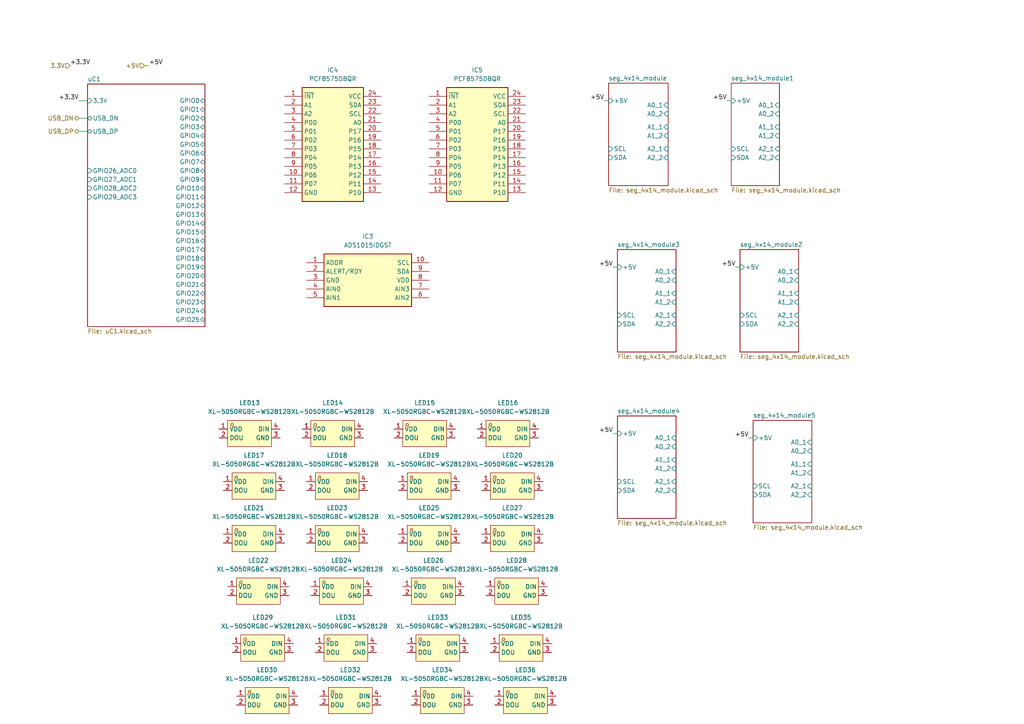
<source format=kicad_sch>
(kicad_sch (version 20250114) (generator "eeschema") (generator_version "9.0")
  (paper "A4")
  (lib_symbols
    (symbol "Eeloo_Pad:ADS1015IDGST"
      (property "Reference" "IC" (at 31.75 7.62 0))
      (property "Value" "ADS1015IDGST" (at 31.75 5.08 0))
      (symbol "ADS1015IDGST_1_1"
        (rectangle (start 5.08 2.54) (end 30.48 -12.7) (stroke (width 0.254)) (fill (type background)))
        (pin passive line (at 0 0 0) (length 5.08) (name "ADDR") (number "1"))
        (pin passive line (at 0 -2.54 0) (length 5.08) (name "ALERT/RDY") (number "2"))
        (pin passive line (at 0 -5.08 0) (length 5.08) (name "GND") (number "3"))
        (pin passive line (at 0 -7.62 0) (length 5.08) (name "AIN0") (number "4"))
        (pin passive line (at 0 -10.16 0) (length 5.08) (name "AIN1") (number "5"))
        (pin passive line (at 35.56 0 180) (length 5.08) (name "SCL") (number "10"))
        (pin passive line (at 35.56 -2.54 180) (length 5.08) (name "SDA") (number "9"))
        (pin passive line (at 35.56 -5.08 180) (length 5.08) (name "VDD") (number "8"))
        (pin passive line (at 35.56 -7.62 180) (length 5.08) (name "AIN3") (number "7"))
        (pin passive line (at 35.56 -10.16 180) (length 5.08) (name "AIN2") (number "6"))
      )
    )
    (symbol "Eeloo_Pad:PCF8575DBQR"
      (property "Reference" "IC" (at 24.13 7.62 0))
      (property "Value" "PCF8575DBQR" (at 24.13 5.08 0))
      (symbol "PCF8575DBQR_1_1"
        (rectangle (start 5.08 2.54) (end 22.86 -30.48) (stroke (width 0.254)) (fill (type background)))
        (pin passive line (at 0 0 0) (length 5.08) (name "~{INT}") (number "1"))
        (pin passive line (at 0 -2.54 0) (length 5.08) (name "A1") (number "2"))
        (pin passive line (at 0 -5.08 0) (length 5.08) (name "A2") (number "3"))
        (pin passive line (at 0 -7.62 0) (length 5.08) (name "P00") (number "4"))
        (pin passive line (at 0 -10.16 0) (length 5.08) (name "P01") (number "5"))
        (pin passive line (at 0 -12.7 0) (length 5.08) (name "P02") (number "6"))
        (pin passive line (at 0 -15.24 0) (length 5.08) (name "P03") (number "7"))
        (pin passive line (at 0 -17.78 0) (length 5.08) (name "P04") (number "8"))
        (pin passive line (at 0 -20.32 0) (length 5.08) (name "P05") (number "9"))
        (pin passive line (at 0 -22.86 0) (length 5.08) (name "P06") (number "10"))
        (pin passive line (at 0 -25.4 0) (length 5.08) (name "P07") (number "11"))
        (pin passive line (at 0 -27.94 0) (length 5.08) (name "GND") (number "12"))
        (pin passive line (at 27.94 0 180) (length 5.08) (name "VCC") (number "24"))
        (pin passive line (at 27.94 -2.54 180) (length 5.08) (name "SDA") (number "23"))
        (pin passive line (at 27.94 -5.08 180) (length 5.08) (name "SCL") (number "22"))
        (pin passive line (at 27.94 -7.62 180) (length 5.08) (name "A0") (number "21"))
        (pin passive line (at 27.94 -10.16 180) (length 5.08) (name "P17") (number "20"))
        (pin passive line (at 27.94 -12.7 180) (length 5.08) (name "P16") (number "19"))
        (pin passive line (at 27.94 -15.24 180) (length 5.08) (name "P15") (number "18"))
        (pin passive line (at 27.94 -17.78 180) (length 5.08) (name "P14") (number "17"))
        (pin passive line (at 27.94 -20.32 180) (length 5.08) (name "P13") (number "16"))
        (pin passive line (at 27.94 -22.86 180) (length 5.08) (name "P12") (number "15"))
        (pin passive line (at 27.94 -25.4 180) (length 5.08) (name "P11") (number "14"))
        (pin passive line (at 27.94 -27.94 180) (length 5.08) (name "P10") (number "13"))
      )
    )
    (symbol "Eeloo_Pad:XL-5050RGBC-WS2812B"
      (property "Reference" "LED" (at 0 6.35 0))
      (property "Value" "XL-5050RGBC-WS2812B" (at 0 -6.35 0))
      (symbol "XL-5050RGBC-WS2812B_0_1"
        (rectangle (start -6.35 3.81) (end 6.35 -3.81) (fill (type background)))
        (circle (center -5.08 2.54) (radius 0.38))
        (pin unspecified line (at -8.89 1.27 0) (length 2.54) (name "VDD") (number "1"))
        (pin unspecified line (at -8.89 -1.27 0) (length 2.54) (name "DOU") (number "2"))
        (pin unspecified line (at 8.89 1.27 180) (length 2.54) (name "DIN") (number "4"))
        (pin unspecified line (at 8.89 -1.27 180) (length 2.54) (name "GND") (number "3"))
      )
    )
  )
  (wire (pts (xy 226.06 30.48) (xy 226.314 30.48)))
  (wire (pts (xy 177.8 77.47) (xy 179.07 77.47)))
  (wire (pts (xy 41.91 19.05) (xy 43.18 19.05)))
  (wire (pts (xy 175.26 29.21) (xy 176.53 29.21)))
  (wire (pts (xy 210.82 29.21) (xy 212.09 29.21)))
  (wire (pts (xy 22.86 38.1) (xy 25.4 38.1)))
  (wire (pts (xy 213.36 77.47) (xy 214.63 77.47)))
  (wire (pts (xy 177.8 125.73) (xy 179.07 125.73)))
  (wire (pts (xy 217.17 127) (xy 218.44 127)))
  (wire (pts (xy 22.86 29.21) (xy 25.4 29.21)))
  (wire (pts (xy 22.86 34.29) (xy 25.4 34.29)))
  (label "+3.3V" (at 22.86 29.21 180))
  (label "+5V" (at 177.8 125.73 180))
  (label "+5V" (at 177.8 77.47 180))
  (label "+5V" (at 210.82 29.21 180))
  (label "+5V" (at 175.26 29.21 180))
  (label "+5V" (at 217.17 127 180))
  (label "+5V" (at 43.18 19.05 0))
  (label "+3.3V" (at 20.32 19.05 0))
  (label "+5V" (at 213.36 77.47 180))
  (hierarchical_label "USB_DN" (shape bidirectional) (at 22.86 34.29 180))
  (hierarchical_label "USB_DP" (shape bidirectional) (at 22.86 38.1 180))
  (hierarchical_label "3.3V" (shape input) (at 20.32 19.05 180))
  (hierarchical_label "+5V" (shape input) (at 41.91 19.05 180))
  (symbol (lib_id "Eeloo_Pad:XL-5050RGBC-WS2812B") (at 127 187.96 0) (unit 1)
    (property "Reference" "LED33" (at 127 179.07 0))
    (property "Value" "XL-5050RGBC-WS2812B" (at 127 181.61 0))
    (property "Footprint" "Eeloo_Pad:LED-SMD_4P-L5.0-W5.0-BL_XL-5050RGBC" (effects (hide yes)))
    (property "LCSC Part" "C2843785" (effects (hide yes)))
  )
  (symbol (lib_id "Eeloo_Pad:XL-5050RGBC-WS2812B") (at 97.79 140.97 0) (unit 1)
    (property "Reference" "LED18" (at 97.79 132.08 0))
    (property "Value" "XL-5050RGBC-WS2812B" (at 97.79 134.62 0))
    (property "Footprint" "Eeloo_Pad:LED-SMD_4P-L5.0-W5.0-BL_XL-5050RGBC" (effects (hide yes)))
    (property "LCSC Part" "C2843785" (effects (hide yes)))
  )
  (symbol (lib_id "Eeloo_Pad:XL-5050RGBC-WS2812B") (at 99.06 171.45 0) (unit 1)
    (property "Reference" "LED24" (at 99.06 162.56 0))
    (property "Value" "XL-5050RGBC-WS2812B" (at 99.06 165.1 0))
    (property "Footprint" "Eeloo_Pad:LED-SMD_4P-L5.0-W5.0-BL_XL-5050RGBC" (effects (hide yes)))
    (property "LCSC Part" "C2843785" (effects (hide yes)))
  )
  (symbol (lib_id "Eeloo_Pad:ADS1015IDGST") (at 88.9 76.2 0) (unit 1)
    (property "Reference" "IC3" (at 106.68 68.58 0))
    (property "Value" "ADS1015IDGST" (at 106.68 71.12 0))
    (property "Footprint" "Eeloo_Pad:SOP50P490X110-10N" (effects (hide yes)))
    (property "Datasheet" "https://datasheet.datasheetarchive.com/originals/distributors/SFDatasheet-7/sf-000145393.pdf" (effects (hide yes)))
    (property "Description" "12-Bit, 3.3kSPS, 4-Ch Delta-Sigma ADC With PGA, Oscillator, VREF, Comparator and I2C Interface" (effects (hide yes)))
    (property "Height" "1.1" (effects (hide yes)))
    (property "Mouser Part Number" "595-ADS1015IDGST" (effects (hide yes)))
    (property "Mouser Price/Stock" "https://www.mouser.co.uk/ProductDetail/Texas-Instruments/ADS1015IDGST?qs=IK5e5L0zOXh9z6MvmmS6pA%3D%3D" (effects (hide yes)))
    (property "Manufacturer_Name" "Texas Instruments" (effects (hide yes)))
    (property "Manufacturer_Part_Number" "ADS1015IDGST" (effects (hide yes)))
  )
  (symbol (lib_id "Eeloo_Pad:XL-5050RGBC-WS2812B") (at 124.46 156.21 0) (unit 1)
    (property "Reference" "LED25" (at 124.46 147.32 0))
    (property "Value" "XL-5050RGBC-WS2812B" (at 124.46 149.86 0))
    (property "Footprint" "Eeloo_Pad:LED-SMD_4P-L5.0-W5.0-BL_XL-5050RGBC" (effects (hide yes)))
    (property "LCSC Part" "C2843785" (effects (hide yes)))
  )
  (symbol (lib_id "Eeloo_Pad:XL-5050RGBC-WS2812B") (at 148.59 156.21 0) (unit 1)
    (property "Reference" "LED27" (at 148.59 147.32 0))
    (property "Value" "XL-5050RGBC-WS2812B" (at 148.59 149.86 0))
    (property "Footprint" "Eeloo_Pad:LED-SMD_4P-L5.0-W5.0-BL_XL-5050RGBC" (effects (hide yes)))
    (property "LCSC Part" "C2843785" (effects (hide yes)))
  )
  (symbol (lib_id "Eeloo_Pad:XL-5050RGBC-WS2812B") (at 125.73 171.45 0) (unit 1)
    (property "Reference" "LED26" (at 125.73 162.56 0))
    (property "Value" "XL-5050RGBC-WS2812B" (at 125.73 165.1 0))
    (property "Footprint" "Eeloo_Pad:LED-SMD_4P-L5.0-W5.0-BL_XL-5050RGBC" (effects (hide yes)))
    (property "LCSC Part" "C2843785" (effects (hide yes)))
  )
  (symbol (lib_id "Eeloo_Pad:XL-5050RGBC-WS2812B") (at 100.33 187.96 0) (unit 1)
    (property "Reference" "LED31" (at 100.33 179.07 0))
    (property "Value" "XL-5050RGBC-WS2812B" (at 100.33 181.61 0))
    (property "Footprint" "Eeloo_Pad:LED-SMD_4P-L5.0-W5.0-BL_XL-5050RGBC" (effects (hide yes)))
    (property "LCSC Part" "C2843785" (effects (hide yes)))
  )
  (symbol (lib_id "Eeloo_Pad:XL-5050RGBC-WS2812B") (at 128.27 203.2 0) (unit 1)
    (property "Reference" "LED34" (at 128.27 194.31 0))
    (property "Value" "XL-5050RGBC-WS2812B" (at 128.27 196.85 0))
    (property "Footprint" "Eeloo_Pad:LED-SMD_4P-L5.0-W5.0-BL_XL-5050RGBC" (effects (hide yes)))
    (property "LCSC Part" "C2843785" (effects (hide yes)))
  )
  (symbol (lib_id "Eeloo_Pad:XL-5050RGBC-WS2812B") (at 74.93 171.45 0) (unit 1)
    (property "Reference" "LED22" (at 74.93 162.56 0))
    (property "Value" "XL-5050RGBC-WS2812B" (at 74.93 165.1 0))
    (property "Footprint" "Eeloo_Pad:LED-SMD_4P-L5.0-W5.0-BL_XL-5050RGBC" (effects (hide yes)))
    (property "LCSC Part" "C2843785" (effects (hide yes)))
  )
  (symbol (lib_id "Eeloo_Pad:XL-5050RGBC-WS2812B") (at 77.47 203.2 0) (unit 1)
    (property "Reference" "LED30" (at 77.47 194.31 0))
    (property "Value" "XL-5050RGBC-WS2812B" (at 77.47 196.85 0))
    (property "Footprint" "Eeloo_Pad:LED-SMD_4P-L5.0-W5.0-BL_XL-5050RGBC" (effects (hide yes)))
    (property "LCSC Part" "C2843785" (effects (hide yes)))
  )
  (symbol (lib_id "Eeloo_Pad:XL-5050RGBC-WS2812B") (at 152.4 203.2 0) (unit 1)
    (property "Reference" "LED36" (at 152.4 194.31 0))
    (property "Value" "XL-5050RGBC-WS2812B" (at 152.4 196.85 0))
    (property "Footprint" "Eeloo_Pad:LED-SMD_4P-L5.0-W5.0-BL_XL-5050RGBC" (effects (hide yes)))
    (property "LCSC Part" "C2843785" (effects (hide yes)))
  )
  (symbol (lib_id "Eeloo_Pad:XL-5050RGBC-WS2812B") (at 149.86 171.45 0) (unit 1)
    (property "Reference" "LED28" (at 149.86 162.56 0))
    (property "Value" "XL-5050RGBC-WS2812B" (at 149.86 165.1 0))
    (property "Footprint" "Eeloo_Pad:LED-SMD_4P-L5.0-W5.0-BL_XL-5050RGBC" (effects (hide yes)))
    (property "LCSC Part" "C2843785" (effects (hide yes)))
  )
  (symbol (lib_id "Eeloo_Pad:XL-5050RGBC-WS2812B") (at 73.66 156.21 0) (unit 1)
    (property "Reference" "LED21" (at 73.66 147.32 0))
    (property "Value" "XL-5050RGBC-WS2812B" (at 73.66 149.86 0))
    (property "Footprint" "Eeloo_Pad:LED-SMD_4P-L5.0-W5.0-BL_XL-5050RGBC" (effects (hide yes)))
    (property "LCSC Part" "C2843785" (effects (hide yes)))
  )
  (symbol (lib_id "Eeloo_Pad:XL-5050RGBC-WS2812B") (at 147.32 125.73 0) (unit 1)
    (property "Reference" "LED16" (at 147.32 116.84 0))
    (property "Value" "XL-5050RGBC-WS2812B" (at 147.32 119.38 0))
    (property "Footprint" "Eeloo_Pad:LED-SMD_4P-L5.0-W5.0-BL_XL-5050RGBC" (effects (hide yes)))
    (property "LCSC Part" "C2843785" (effects (hide yes)))
  )
  (symbol (lib_id "Eeloo_Pad:XL-5050RGBC-WS2812B") (at 151.13 187.96 0) (unit 1)
    (property "Reference" "LED35" (at 151.13 179.07 0))
    (property "Value" "XL-5050RGBC-WS2812B" (at 151.13 181.61 0))
    (property "Footprint" "Eeloo_Pad:LED-SMD_4P-L5.0-W5.0-BL_XL-5050RGBC" (effects (hide yes)))
    (property "LCSC Part" "C2843785" (effects (hide yes)))
  )
  (symbol (lib_id "Eeloo_Pad:XL-5050RGBC-WS2812B") (at 148.59 140.97 0) (unit 1)
    (property "Reference" "LED20" (at 148.59 132.08 0))
    (property "Value" "XL-5050RGBC-WS2812B" (at 148.59 134.62 0))
    (property "Footprint" "Eeloo_Pad:LED-SMD_4P-L5.0-W5.0-BL_XL-5050RGBC" (effects (hide yes)))
    (property "LCSC Part" "C2843785" (effects (hide yes)))
  )
  (symbol (lib_id "Eeloo_Pad:XL-5050RGBC-WS2812B") (at 124.46 140.97 0) (unit 1)
    (property "Reference" "LED19" (at 124.46 132.08 0))
    (property "Value" "XL-5050RGBC-WS2812B" (at 124.46 134.62 0))
    (property "Footprint" "Eeloo_Pad:LED-SMD_4P-L5.0-W5.0-BL_XL-5050RGBC" (effects (hide yes)))
    (property "LCSC Part" "C2843785" (effects (hide yes)))
  )
  (symbol (lib_id "Eeloo_Pad:XL-5050RGBC-WS2812B") (at 123.19 125.73 0) (unit 1)
    (property "Reference" "LED15" (at 123.19 116.84 0))
    (property "Value" "XL-5050RGBC-WS2812B" (at 123.19 119.38 0))
    (property "Footprint" "Eeloo_Pad:LED-SMD_4P-L5.0-W5.0-BL_XL-5050RGBC" (effects (hide yes)))
    (property "LCSC Part" "C2843785" (effects (hide yes)))
  )
  (symbol (lib_id "Eeloo_Pad:PCF8575DBQR") (at 82.55 27.94 0) (unit 1)
    (property "Reference" "IC4" (at 96.52 20.32 0))
    (property "Value" "PCF8575DBQR" (at 96.52 22.86 0))
    (property "Footprint" "Eeloo_Pad:SOP64P600X175-24N" (effects (hide yes)))
    (property "Datasheet" "http://www.ti.com/lit/ds/symlink/pcf8575.pdf" (effects (hide yes)))
    (property "Description" "Remote 16-Bit I2C and SMBus I/O Expander with Interrupt Output" (effects (hide yes)))
    (property "Height" "1.75" (effects (hide yes)))
    (property "Mouser Part Number" "595-PCF8575DBQR" (effects (hide yes)))
    (property "Mouser Price/Stock" "https://www.mouser.co.uk/ProductDetail/Texas-Instruments/PCF8575DBQR?qs=wgAEGBTxy7kWG67LgLThnA%3D%3D" (effects (hide yes)))
    (property "Manufacturer_Name" "Texas Instruments" (effects (hide yes)))
    (property "Manufacturer_Part_Number" "PCF8575DBQR" (effects (hide yes)))
  )
  (symbol (lib_id "Eeloo_Pad:PCF8575DBQR") (at 124.46 27.94 0) (unit 1)
    (property "Reference" "IC5" (at 138.43 20.32 0))
    (property "Value" "PCF8575DBQR" (at 138.43 22.86 0))
    (property "Footprint" "Eeloo_Pad:SOP64P600X175-24N" (effects (hide yes)))
    (property "Datasheet" "http://www.ti.com/lit/ds/symlink/pcf8575.pdf" (effects (hide yes)))
    (property "Description" "Remote 16-Bit I2C and SMBus I/O Expander with Interrupt Output" (effects (hide yes)))
    (property "Height" "1.75" (effects (hide yes)))
    (property "Mouser Part Number" "595-PCF8575DBQR" (effects (hide yes)))
    (property "Mouser Price/Stock" "https://www.mouser.co.uk/ProductDetail/Texas-Instruments/PCF8575DBQR?qs=wgAEGBTxy7kWG67LgLThnA%3D%3D" (effects (hide yes)))
    (property "Manufacturer_Name" "Texas Instruments" (effects (hide yes)))
    (property "Manufacturer_Part_Number" "PCF8575DBQR" (effects (hide yes)))
  )
  (symbol (lib_id "Eeloo_Pad:XL-5050RGBC-WS2812B") (at 73.66 140.97 0) (unit 1)
    (property "Reference" "LED17" (at 73.66 132.08 0))
    (property "Value" "XL-5050RGBC-WS2812B" (at 73.66 134.62 0))
    (property "Footprint" "Eeloo_Pad:LED-SMD_4P-L5.0-W5.0-BL_XL-5050RGBC" (effects (hide yes)))
    (property "LCSC Part" "C2843785" (effects (hide yes)))
  )
  (symbol (lib_id "Eeloo_Pad:XL-5050RGBC-WS2812B") (at 96.52 125.73 0) (unit 1)
    (property "Reference" "LED14" (at 96.52 116.84 0))
    (property "Value" "XL-5050RGBC-WS2812B" (at 96.52 119.38 0))
    (property "Footprint" "Eeloo_Pad:LED-SMD_4P-L5.0-W5.0-BL_XL-5050RGBC" (effects (hide yes)))
    (property "LCSC Part" "C2843785" (effects (hide yes)))
  )
  (symbol (lib_id "Eeloo_Pad:XL-5050RGBC-WS2812B") (at 101.6 203.2 0) (unit 1)
    (property "Reference" "LED32" (at 101.6 194.31 0))
    (property "Value" "XL-5050RGBC-WS2812B" (at 101.6 196.85 0))
    (property "Footprint" "Eeloo_Pad:LED-SMD_4P-L5.0-W5.0-BL_XL-5050RGBC" (effects (hide yes)))
    (property "LCSC Part" "C2843785" (effects (hide yes)))
  )
  (symbol (lib_id "Eeloo_Pad:XL-5050RGBC-WS2812B") (at 72.39 125.73 0) (unit 1)
    (property "Reference" "LED13" (at 72.39 116.84 0))
    (property "Value" "XL-5050RGBC-WS2812B" (at 72.39 119.38 0))
    (property "Footprint" "Eeloo_Pad:LED-SMD_4P-L5.0-W5.0-BL_XL-5050RGBC" (effects (hide yes)))
    (property "LCSC Part" "C2843785" (effects (hide yes)))
  )
  (symbol (lib_id "Eeloo_Pad:XL-5050RGBC-WS2812B") (at 97.79 156.21 0) (unit 1)
    (property "Reference" "LED23" (at 97.79 147.32 0))
    (property "Value" "XL-5050RGBC-WS2812B" (at 97.79 149.86 0))
    (property "Footprint" "Eeloo_Pad:LED-SMD_4P-L5.0-W5.0-BL_XL-5050RGBC" (effects (hide yes)))
    (property "LCSC Part" "C2843785" (effects (hide yes)))
  )
  (symbol (lib_id "Eeloo_Pad:XL-5050RGBC-WS2812B") (at 76.2 187.96 0) (unit 1)
    (property "Reference" "LED29" (at 76.2 179.07 0))
    (property "Value" "XL-5050RGBC-WS2812B" (at 76.2 181.61 0))
    (property "Footprint" "Eeloo_Pad:LED-SMD_4P-L5.0-W5.0-BL_XL-5050RGBC" (effects (hide yes)))
    (property "LCSC Part" "C2843785" (effects (hide yes)))
  )
  (sheet (at 179.07 72.39) (size 17.018 29.718) (stroke (width 0.1524))
    (property "Sheetname" "seg_4x14_module3" (at 179.07 71.6784 0) (effects (justify left bottom)))
    (property "Sheetfile" "seg_4x14_module.kicad_sch" (at 179.07 102.6926 0) (effects (justify left top)))
    (pin "+5V" input (at 179.07 77.47 180))
    (pin "SCL" input (at 179.07 91.44 180))
    (pin "SDA" input (at 179.07 93.98 180))
    (pin "A0_1" input (at 196.088 78.74 0))
    (pin "A0_2" input (at 196.088 81.28 0))
    (pin "A1_1" input (at 196.088 85.09 0))
    (pin "A1_2" input (at 196.088 87.63 0))
    (pin "A2_1" input (at 196.088 91.44 0))
    (pin "A2_2" input (at 196.088 93.98 0))
  )
  (sheet (at 25.4 24.384) (size 34.036 70.358) (stroke (width 0.1524))
    (property "Sheetname" "uC1" (at 25.4 23.6724 0) (effects (justify left bottom)))
    (property "Sheetfile" "uC1.kicad_sch" (at 25.4 95.3266 0) (effects (justify left top)))
    (pin "3.3V" input (at 25.4 29.21 180))
    (pin "USB_DN" bidirectional (at 25.4 34.29 180))
    (pin "USB_DP" bidirectional (at 25.4 38.1 180))
    (pin "GPIO0" bidirectional (at 59.436 29.21 0))
    (pin "GPIO1" bidirectional (at 59.436 31.75 0))
    (pin "GPIO2" bidirectional (at 59.436 34.29 0))
    (pin "GPIO3" bidirectional (at 59.436 36.83 0))
    (pin "GPIO4" bidirectional (at 59.436 39.37 0))
    (pin "GPIO5" bidirectional (at 59.436 41.91 0))
    (pin "GPIO6" bidirectional (at 59.436 44.45 0))
    (pin "GPIO7" bidirectional (at 59.436 46.99 0))
    (pin "GPIO8" bidirectional (at 59.436 49.53 0))
    (pin "GPIO9" bidirectional (at 59.436 52.07 0))
    (pin "GPIO10" bidirectional (at 59.436 54.61 0))
    (pin "GPIO11" bidirectional (at 59.436 57.15 0))
    (pin "GPIO12" bidirectional (at 59.436 59.69 0))
    (pin "GPIO13" bidirectional (at 59.436 62.23 0))
    (pin "GPIO14" bidirectional (at 59.436 64.77 0))
    (pin "GPIO15" bidirectional (at 59.436 67.31 0))
    (pin "GPIO16" bidirectional (at 59.436 69.85 0))
    (pin "GPIO17" bidirectional (at 59.436 72.39 0))
    (pin "GPIO18" bidirectional (at 59.436 74.93 0))
    (pin "GPIO19" bidirectional (at 59.436 77.47 0))
    (pin "GPIO20" bidirectional (at 59.436 80.01 0))
    (pin "GPIO21" bidirectional (at 59.436 82.55 0))
    (pin "GPIO22" bidirectional (at 59.436 85.09 0))
    (pin "GPIO23" bidirectional (at 59.436 87.63 0))
    (pin "GPIO24" bidirectional (at 59.436 90.17 0))
    (pin "GPIO25" bidirectional (at 59.436 92.71 0))
    (pin "GPIO26_ADC0" input (at 25.4 49.53 180))
    (pin "GPIO27_ADC1" input (at 25.4 52.07 180))
    (pin "GPIO28_ADC2" input (at 25.4 54.61 180))
    (pin "GPIO29_ADC3" input (at 25.4 57.15 180))
  )
  (sheet (at 176.53 24.13) (size 17.272 29.718) (stroke (width 0.1524))
    (property "Sheetname" "seg_4x14_module" (at 176.53 23.4184 0) (effects (justify left bottom)))
    (property "Sheetfile" "seg_4x14_module.kicad_sch" (at 176.53 54.4326 0) (effects (justify left top)))
    (pin "+5V" input (at 176.53 29.21 180))
    (pin "SCL" input (at 176.53 43.18 180))
    (pin "SDA" input (at 176.53 45.72 180))
    (pin "A0_1" input (at 193.802 30.48 0))
    (pin "A0_2" input (at 193.802 33.02 0))
    (pin "A1_1" input (at 193.802 36.83 0))
    (pin "A1_2" input (at 193.802 39.37 0))
    (pin "A2_1" input (at 193.802 43.18 0))
    (pin "A2_2" input (at 193.802 45.72 0))
  )
  (sheet (at 212.09 24.13) (size 13.97 29.718) (stroke (width 0.1524))
    (property "Sheetname" "seg_4x14_module1" (at 212.09 23.4184 0) (effects (justify left bottom)))
    (property "Sheetfile" "seg_4x14_module.kicad_sch" (at 212.09 54.4326 0) (effects (justify left top)))
    (pin "+5V" input (at 212.09 29.21 180))
    (pin "SCL" input (at 212.09 43.18 180))
    (pin "SDA" input (at 212.09 45.72 180))
    (pin "A0_1" input (at 226.06 30.48 0))
    (pin "A0_2" input (at 226.06 33.02 0))
    (pin "A1_1" input (at 226.06 36.83 0))
    (pin "A1_2" input (at 226.06 39.37 0))
    (pin "A2_1" input (at 226.06 43.18 0))
    (pin "A2_2" input (at 226.06 45.72 0))
  )
  (sheet (at 179.07 120.65) (size 17.018 29.718) (stroke (width 0.1524))
    (property "Sheetname" "seg_4x14_module4" (at 179.07 119.9384 0) (effects (justify left bottom)))
    (property "Sheetfile" "seg_4x14_module.kicad_sch" (at 179.07 150.9526 0) (effects (justify left top)))
    (pin "+5V" input (at 179.07 125.73 180))
    (pin "SCL" input (at 179.07 139.7 180))
    (pin "SDA" input (at 179.07 142.24 180))
    (pin "A0_1" input (at 196.088 127 0))
    (pin "A0_2" input (at 196.088 129.54 0))
    (pin "A1_1" input (at 196.088 133.35 0))
    (pin "A1_2" input (at 196.088 135.89 0))
    (pin "A2_1" input (at 196.088 139.7 0))
    (pin "A2_2" input (at 196.088 142.24 0))
  )
  (sheet (at 218.44 121.92) (size 17.018 29.718) (stroke (width 0.1524))
    (property "Sheetname" "seg_4x14_module5" (at 218.44 121.2084 0) (effects (justify left bottom)))
    (property "Sheetfile" "seg_4x14_module.kicad_sch" (at 218.44 152.2226 0) (effects (justify left top)))
    (pin "+5V" input (at 218.44 127 180))
    (pin "SCL" input (at 218.44 140.97 180))
    (pin "SDA" input (at 218.44 143.51 180))
    (pin "A0_1" input (at 235.458 128.27 0))
    (pin "A0_2" input (at 235.458 130.81 0))
    (pin "A1_1" input (at 235.458 134.62 0))
    (pin "A1_2" input (at 235.458 137.16 0))
    (pin "A2_1" input (at 235.458 140.97 0))
    (pin "A2_2" input (at 235.458 143.51 0))
  )
  (sheet (at 214.63 72.39) (size 17.018 29.718) (stroke (width 0.1524))
    (property "Sheetname" "seg_4x14_module2" (at 214.63 71.6784 0) (effects (justify left bottom)))
    (property "Sheetfile" "seg_4x14_module.kicad_sch" (at 214.63 102.6926 0) (effects (justify left top)))
    (pin "+5V" input (at 214.63 77.47 180))
    (pin "SCL" input (at 214.63 91.44 180))
    (pin "SDA" input (at 214.63 93.98 180))
    (pin "A0_1" input (at 231.648 78.74 0))
    (pin "A0_2" input (at 231.648 81.28 0))
    (pin "A1_1" input (at 231.648 85.09 0))
    (pin "A1_2" input (at 231.648 87.63 0))
    (pin "A2_1" input (at 231.648 91.44 0))
    (pin "A2_2" input (at 231.648 93.98 0))
  )
)
</source>
